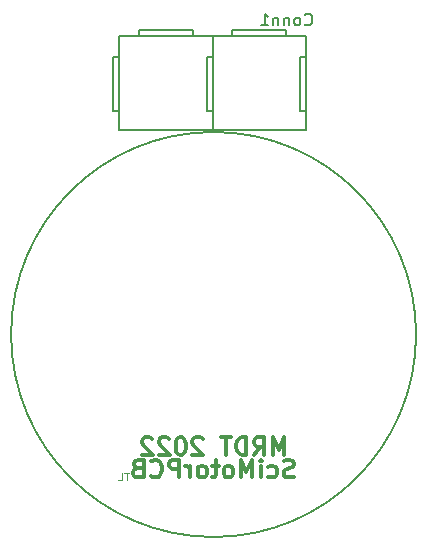
<source format=gbr>
%TF.GenerationSoftware,KiCad,Pcbnew,(5.1.10)-1*%
%TF.CreationDate,2022-03-13T21:33:56-05:00*%
%TF.ProjectId,SciMotorPCB,5363694d-6f74-46f7-9250-43422e6b6963,rev?*%
%TF.SameCoordinates,Original*%
%TF.FileFunction,Legend,Bot*%
%TF.FilePolarity,Positive*%
%FSLAX46Y46*%
G04 Gerber Fmt 4.6, Leading zero omitted, Abs format (unit mm)*
G04 Created by KiCad (PCBNEW (5.1.10)-1) date 2022-03-13 21:33:56*
%MOMM*%
%LPD*%
G01*
G04 APERTURE LIST*
%ADD10C,0.076200*%
%ADD11C,0.300000*%
%ADD12C,0.150000*%
G04 APERTURE END LIST*
D10*
X149663452Y-107602261D02*
X149300595Y-107602261D01*
X149482023Y-108237261D02*
X149482023Y-107602261D01*
X148786547Y-108237261D02*
X149088928Y-108237261D01*
X149088928Y-107602261D01*
D11*
X162845000Y-106088571D02*
X162845000Y-104588571D01*
X162345000Y-105660000D01*
X161845000Y-104588571D01*
X161845000Y-106088571D01*
X160273571Y-106088571D02*
X160773571Y-105374285D01*
X161130714Y-106088571D02*
X161130714Y-104588571D01*
X160559285Y-104588571D01*
X160416428Y-104660000D01*
X160345000Y-104731428D01*
X160273571Y-104874285D01*
X160273571Y-105088571D01*
X160345000Y-105231428D01*
X160416428Y-105302857D01*
X160559285Y-105374285D01*
X161130714Y-105374285D01*
X159630714Y-106088571D02*
X159630714Y-104588571D01*
X159273571Y-104588571D01*
X159059285Y-104660000D01*
X158916428Y-104802857D01*
X158845000Y-104945714D01*
X158773571Y-105231428D01*
X158773571Y-105445714D01*
X158845000Y-105731428D01*
X158916428Y-105874285D01*
X159059285Y-106017142D01*
X159273571Y-106088571D01*
X159630714Y-106088571D01*
X158345000Y-104588571D02*
X157487857Y-104588571D01*
X157916428Y-106088571D02*
X157916428Y-104588571D01*
X155916428Y-104731428D02*
X155845000Y-104660000D01*
X155702142Y-104588571D01*
X155345000Y-104588571D01*
X155202142Y-104660000D01*
X155130714Y-104731428D01*
X155059285Y-104874285D01*
X155059285Y-105017142D01*
X155130714Y-105231428D01*
X155987857Y-106088571D01*
X155059285Y-106088571D01*
X154130714Y-104588571D02*
X153987857Y-104588571D01*
X153845000Y-104660000D01*
X153773571Y-104731428D01*
X153702142Y-104874285D01*
X153630714Y-105160000D01*
X153630714Y-105517142D01*
X153702142Y-105802857D01*
X153773571Y-105945714D01*
X153845000Y-106017142D01*
X153987857Y-106088571D01*
X154130714Y-106088571D01*
X154273571Y-106017142D01*
X154345000Y-105945714D01*
X154416428Y-105802857D01*
X154487857Y-105517142D01*
X154487857Y-105160000D01*
X154416428Y-104874285D01*
X154345000Y-104731428D01*
X154273571Y-104660000D01*
X154130714Y-104588571D01*
X153059285Y-104731428D02*
X152987857Y-104660000D01*
X152845000Y-104588571D01*
X152487857Y-104588571D01*
X152345000Y-104660000D01*
X152273571Y-104731428D01*
X152202142Y-104874285D01*
X152202142Y-105017142D01*
X152273571Y-105231428D01*
X153130714Y-106088571D01*
X152202142Y-106088571D01*
X151630714Y-104731428D02*
X151559285Y-104660000D01*
X151416428Y-104588571D01*
X151059285Y-104588571D01*
X150916428Y-104660000D01*
X150845000Y-104731428D01*
X150773571Y-104874285D01*
X150773571Y-105017142D01*
X150845000Y-105231428D01*
X151702142Y-106088571D01*
X150773571Y-106088571D01*
X163630714Y-107922142D02*
X163416428Y-107993571D01*
X163059285Y-107993571D01*
X162916428Y-107922142D01*
X162845000Y-107850714D01*
X162773571Y-107707857D01*
X162773571Y-107565000D01*
X162845000Y-107422142D01*
X162916428Y-107350714D01*
X163059285Y-107279285D01*
X163345000Y-107207857D01*
X163487857Y-107136428D01*
X163559285Y-107065000D01*
X163630714Y-106922142D01*
X163630714Y-106779285D01*
X163559285Y-106636428D01*
X163487857Y-106565000D01*
X163345000Y-106493571D01*
X162987857Y-106493571D01*
X162773571Y-106565000D01*
X161487857Y-107922142D02*
X161630714Y-107993571D01*
X161916428Y-107993571D01*
X162059285Y-107922142D01*
X162130714Y-107850714D01*
X162202142Y-107707857D01*
X162202142Y-107279285D01*
X162130714Y-107136428D01*
X162059285Y-107065000D01*
X161916428Y-106993571D01*
X161630714Y-106993571D01*
X161487857Y-107065000D01*
X160845000Y-107993571D02*
X160845000Y-106993571D01*
X160845000Y-106493571D02*
X160916428Y-106565000D01*
X160845000Y-106636428D01*
X160773571Y-106565000D01*
X160845000Y-106493571D01*
X160845000Y-106636428D01*
X160130714Y-107993571D02*
X160130714Y-106493571D01*
X159630714Y-107565000D01*
X159130714Y-106493571D01*
X159130714Y-107993571D01*
X158202142Y-107993571D02*
X158345000Y-107922142D01*
X158416428Y-107850714D01*
X158487857Y-107707857D01*
X158487857Y-107279285D01*
X158416428Y-107136428D01*
X158345000Y-107065000D01*
X158202142Y-106993571D01*
X157987857Y-106993571D01*
X157845000Y-107065000D01*
X157773571Y-107136428D01*
X157702142Y-107279285D01*
X157702142Y-107707857D01*
X157773571Y-107850714D01*
X157845000Y-107922142D01*
X157987857Y-107993571D01*
X158202142Y-107993571D01*
X157273571Y-106993571D02*
X156702142Y-106993571D01*
X157059285Y-106493571D02*
X157059285Y-107779285D01*
X156987857Y-107922142D01*
X156845000Y-107993571D01*
X156702142Y-107993571D01*
X155987857Y-107993571D02*
X156130714Y-107922142D01*
X156202142Y-107850714D01*
X156273571Y-107707857D01*
X156273571Y-107279285D01*
X156202142Y-107136428D01*
X156130714Y-107065000D01*
X155987857Y-106993571D01*
X155773571Y-106993571D01*
X155630714Y-107065000D01*
X155559285Y-107136428D01*
X155487857Y-107279285D01*
X155487857Y-107707857D01*
X155559285Y-107850714D01*
X155630714Y-107922142D01*
X155773571Y-107993571D01*
X155987857Y-107993571D01*
X154845000Y-107993571D02*
X154845000Y-106993571D01*
X154845000Y-107279285D02*
X154773571Y-107136428D01*
X154702142Y-107065000D01*
X154559285Y-106993571D01*
X154416428Y-106993571D01*
X153916428Y-107993571D02*
X153916428Y-106493571D01*
X153345000Y-106493571D01*
X153202142Y-106565000D01*
X153130714Y-106636428D01*
X153059285Y-106779285D01*
X153059285Y-106993571D01*
X153130714Y-107136428D01*
X153202142Y-107207857D01*
X153345000Y-107279285D01*
X153916428Y-107279285D01*
X151559285Y-107850714D02*
X151630714Y-107922142D01*
X151845000Y-107993571D01*
X151987857Y-107993571D01*
X152202142Y-107922142D01*
X152345000Y-107779285D01*
X152416428Y-107636428D01*
X152487857Y-107350714D01*
X152487857Y-107136428D01*
X152416428Y-106850714D01*
X152345000Y-106707857D01*
X152202142Y-106565000D01*
X151987857Y-106493571D01*
X151845000Y-106493571D01*
X151630714Y-106565000D01*
X151559285Y-106636428D01*
X150416428Y-107207857D02*
X150202142Y-107279285D01*
X150130714Y-107350714D01*
X150059285Y-107493571D01*
X150059285Y-107707857D01*
X150130714Y-107850714D01*
X150202142Y-107922142D01*
X150345000Y-107993571D01*
X150916428Y-107993571D01*
X150916428Y-106493571D01*
X150416428Y-106493571D01*
X150273571Y-106565000D01*
X150202142Y-106636428D01*
X150130714Y-106779285D01*
X150130714Y-106922142D01*
X150202142Y-107065000D01*
X150273571Y-107136428D01*
X150416428Y-107207857D01*
X150916428Y-107207857D01*
D12*
X173990000Y-95885000D02*
G75*
G03*
X173990000Y-95885000I-17145000J0D01*
G01*
%TO.C,Conn1*%
X156758000Y-70639000D02*
X156758000Y-78539000D01*
X155081000Y-70131000D02*
X155081000Y-70639000D01*
X156758000Y-78539000D02*
X148858000Y-78539000D01*
X164658000Y-76989000D02*
X164150000Y-76989000D01*
X158386000Y-70131000D02*
X162958000Y-70131000D01*
X148858000Y-70639000D02*
X148858000Y-78539000D01*
X156249400Y-76989000D02*
X156249400Y-72417000D01*
X164658000Y-78539000D02*
X156758000Y-78539000D01*
X156757400Y-76989000D02*
X156249400Y-76989000D01*
X150509000Y-70639000D02*
X150509000Y-70131000D01*
X164150000Y-72417000D02*
X164658000Y-72417000D01*
X148350000Y-72417000D02*
X148858000Y-72417000D01*
X150509000Y-70131000D02*
X155081000Y-70131000D01*
X162958000Y-70131000D02*
X162958000Y-70639000D01*
X156249400Y-72417000D02*
X156757400Y-72417000D01*
X148350000Y-76989000D02*
X148350000Y-72417000D01*
X158386000Y-70639000D02*
X158386000Y-70131000D01*
X156758000Y-70639000D02*
X148858000Y-70639000D01*
X148858000Y-76989000D02*
X148350000Y-76989000D01*
X164658000Y-70639000D02*
X164658000Y-78539000D01*
X164658000Y-70639000D02*
X156758000Y-70639000D01*
X164150000Y-76989000D02*
X164150000Y-72417000D01*
X164568809Y-69622142D02*
X164616428Y-69669761D01*
X164759285Y-69717380D01*
X164854523Y-69717380D01*
X164997380Y-69669761D01*
X165092619Y-69574523D01*
X165140238Y-69479285D01*
X165187857Y-69288809D01*
X165187857Y-69145952D01*
X165140238Y-68955476D01*
X165092619Y-68860238D01*
X164997380Y-68765000D01*
X164854523Y-68717380D01*
X164759285Y-68717380D01*
X164616428Y-68765000D01*
X164568809Y-68812619D01*
X163997380Y-69717380D02*
X164092619Y-69669761D01*
X164140238Y-69622142D01*
X164187857Y-69526904D01*
X164187857Y-69241190D01*
X164140238Y-69145952D01*
X164092619Y-69098333D01*
X163997380Y-69050714D01*
X163854523Y-69050714D01*
X163759285Y-69098333D01*
X163711666Y-69145952D01*
X163664047Y-69241190D01*
X163664047Y-69526904D01*
X163711666Y-69622142D01*
X163759285Y-69669761D01*
X163854523Y-69717380D01*
X163997380Y-69717380D01*
X163235476Y-69050714D02*
X163235476Y-69717380D01*
X163235476Y-69145952D02*
X163187857Y-69098333D01*
X163092619Y-69050714D01*
X162949761Y-69050714D01*
X162854523Y-69098333D01*
X162806904Y-69193571D01*
X162806904Y-69717380D01*
X162330714Y-69050714D02*
X162330714Y-69717380D01*
X162330714Y-69145952D02*
X162283095Y-69098333D01*
X162187857Y-69050714D01*
X162045000Y-69050714D01*
X161949761Y-69098333D01*
X161902142Y-69193571D01*
X161902142Y-69717380D01*
X160902142Y-69717380D02*
X161473571Y-69717380D01*
X161187857Y-69717380D02*
X161187857Y-68717380D01*
X161283095Y-68860238D01*
X161378333Y-68955476D01*
X161473571Y-69003095D01*
%TD*%
M02*

</source>
